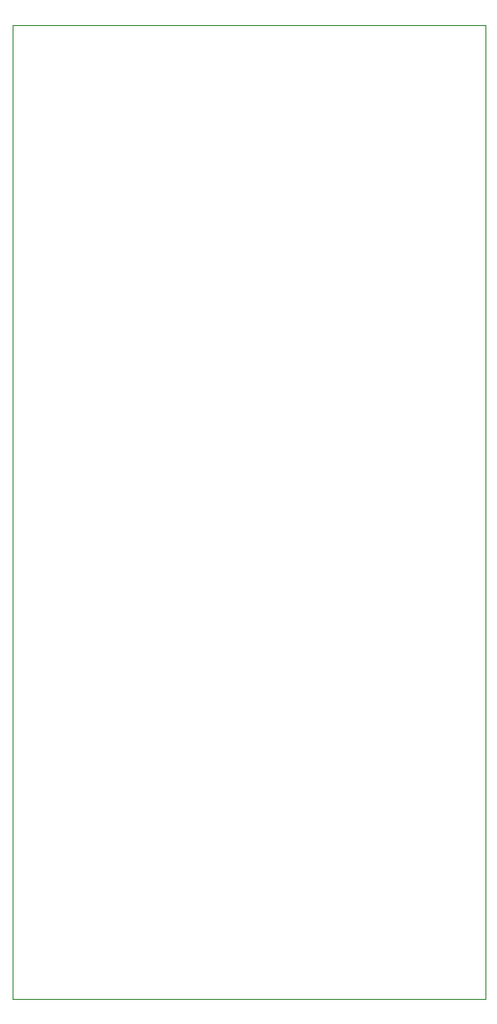
<source format=gko>
%TF.GenerationSoftware,KiCad,Pcbnew,(5.1.6-0-10_14)*%
%TF.CreationDate,2020-08-22T01:25:31+09:00*%
%TF.ProjectId,break,62726561-6b2e-46b6-9963-61645f706362,rev?*%
%TF.SameCoordinates,Original*%
%TF.FileFunction,Profile,NP*%
%FSLAX46Y46*%
G04 Gerber Fmt 4.6, Leading zero omitted, Abs format (unit mm)*
G04 Created by KiCad (PCBNEW (5.1.6-0-10_14)) date 2020-08-22 01:25:31*
%MOMM*%
%LPD*%
G01*
G04 APERTURE LIST*
%TA.AperFunction,Profile*%
%ADD10C,0.050000*%
%TD*%
G04 APERTURE END LIST*
D10*
X-24500000Y-159000000D02*
X-24500000Y-158500000D01*
X17000000Y-159000000D02*
X-24500000Y-159000000D01*
X17000000Y-73500000D02*
X17000000Y-159000000D01*
X-24500000Y-73500000D02*
X17000000Y-73500000D01*
X-24500000Y-158500000D02*
X-24500000Y-73500000D01*
M02*

</source>
